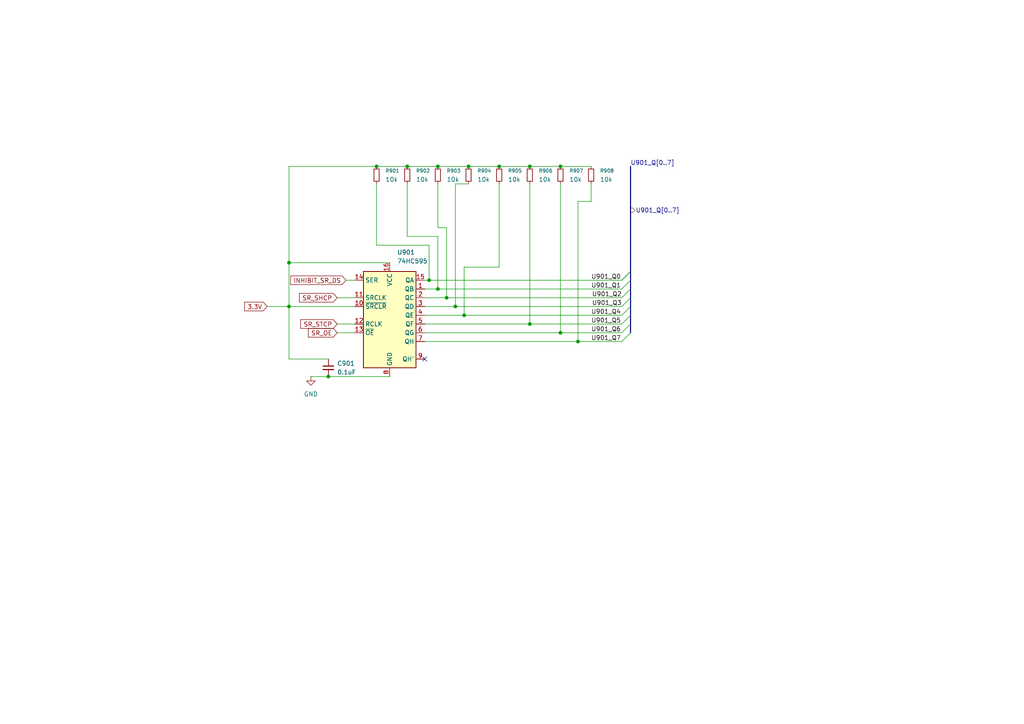
<source format=kicad_sch>
(kicad_sch (version 20250114) (generator "eeschema") (generator_version "9.0")
  (paper "A4")
  (lib_symbols
    (symbol "74xx:74HC595"
      (property "Reference" "U" (at -7.62 13.97 0))
      (property "Value" "74HC595" (at -7.62 -16.51 0))
      (symbol "74HC595_1_0"
        (pin input line (at -10.16 10.16 0) (length 2.54) (name "SER") (number "14"))
        (pin input line (at -10.16 5.08 0) (length 2.54) (name "SRCLK") (number "11"))
        (pin input line (at -10.16 2.54 0) (length 2.54) (name "~{SRCLR}") (number "10"))
        (pin input line (at -10.16 -2.54 0) (length 2.54) (name "RCLK") (number "12"))
        (pin input line (at -10.16 -5.08 0) (length 2.54) (name "~{OE}") (number "13"))
        (pin power_in line (at 0 15.24 270) (length 2.54) (name "VCC") (number "16"))
        (pin power_in line (at 0 -17.78 90) (length 2.54) (name "GND") (number "8"))
        (pin tri_state line (at 10.16 10.16 180) (length 2.54) (name "QA") (number "15"))
        (pin tri_state line (at 10.16 7.62 180) (length 2.54) (name "QB") (number "1"))
        (pin tri_state line (at 10.16 5.08 180) (length 2.54) (name "QC") (number "2"))
        (pin tri_state line (at 10.16 2.54 180) (length 2.54) (name "QD") (number "3"))
        (pin tri_state line (at 10.16 0 180) (length 2.54) (name "QE") (number "4"))
        (pin tri_state line (at 10.16 -2.54 180) (length 2.54) (name "QF") (number "5"))
        (pin tri_state line (at 10.16 -5.08 180) (length 2.54) (name "QG") (number "6"))
        (pin tri_state line (at 10.16 -7.62 180) (length 2.54) (name "QH") (number "7"))
        (pin output line (at 10.16 -12.7 180) (length 2.54) (name "QH'") (number "9"))
      )
      (symbol "74HC595_1_1"
        (rectangle (start -7.62 12.7) (end 7.62 -15.24) (stroke (width 0.254)) (fill (type background)))
      )
    )
    (symbol "Device:C_Small" (pin_numbers (hide yes)) (pin_names (offset 0.254) (hide yes))
      (property "Reference" "C" (at 0.254 1.778 0))
      (property "Value" "C_Small" (at 0.254 -2.032 0))
      (symbol "C_Small_0_1"
        (polyline (pts (xy -1.524 0.508) (xy 1.524 0.508)) (stroke (width 0.3048)))
        (polyline (pts (xy -1.524 -0.508) (xy 1.524 -0.508)) (stroke (width 0.3302)))
      )
      (symbol "C_Small_1_1"
        (pin passive line (at 0 2.54 270) (length 2.032) (name "~") (number "1"))
        (pin passive line (at 0 -2.54 90) (length 2.032) (name "~") (number "2"))
      )
    )
    (symbol "Device:R_Small" (pin_numbers (hide yes)) (pin_names (offset 0.254) (hide yes))
      (property "Reference" "R" (at 0 0 90))
      (property "Value" "R_Small" (at 1.778 0 90))
      (symbol "R_Small_0_1"
        (rectangle (start -0.762 1.778) (end 0.762 -1.778) (stroke (width 0.2032)))
      )
      (symbol "R_Small_1_1"
        (pin passive line (at 0 2.54 270) (length 0.762) (name "~") (number "1"))
        (pin passive line (at 0 -2.54 90) (length 0.762) (name "~") (number "2"))
      )
    )
    (symbol "GND_1" (power) (pin_numbers (hide yes)) (pin_names (offset 0) (hide yes))
      (property "Value" "GND" (at 0 -3.81 0))
      (symbol "GND_1_0_1"
        (polyline (pts (xy 0 0) (xy 0 -1.27) (xy 1.27 -1.27) (xy 0 -2.54) (xy -1.27 -1.27) (xy 0 -1.27)))
      )
      (symbol "GND_1_1_1"
        (pin power_in line (at 0 0 270) (length 0) (name "~") (number "1"))
      )
    )
  )
  (junction (at 127 83.82))
  (junction (at 144.78 48.26))
  (junction (at 83.82 88.9))
  (junction (at 95.25 109.22))
  (junction (at 109.22 48.26))
  (junction (at 132.08 88.9))
  (junction (at 129.54 86.36))
  (junction (at 153.67 93.98))
  (junction (at 127 48.26))
  (junction (at 118.11 48.26))
  (junction (at 83.82 76.2))
  (junction (at 135.89 48.26))
  (junction (at 162.56 96.52))
  (junction (at 153.67 48.26))
  (junction (at 167.64 99.06))
  (junction (at 134.62 91.44))
  (junction (at 162.56 48.26))
  (junction (at 124.46 81.28))
  (no_connect (at 123.19 104.14))
  (bus_entry (at 182.88 96.52) (size -2.54 2.54))
  (bus_entry (at 182.88 81.28) (size -2.54 2.54))
  (bus_entry (at 180.34 81.28) (size 2.54 -2.54))
  (bus_entry (at 180.34 91.44) (size 2.54 -2.54))
  (bus_entry (at 180.34 88.9) (size 2.54 -2.54))
  (bus_entry (at 182.88 78.74) (size -2.54 2.54))
  (bus_entry (at 180.34 86.36) (size 2.54 -2.54))
  (bus_entry (at 182.88 91.44) (size -2.54 2.54))
  (bus_entry (at 182.88 93.98) (size -2.54 2.54))
  (wire (pts (xy 90.17 109.22) (xy 95.25 109.22)))
  (wire (pts (xy 83.82 88.9) (xy 102.87 88.9)))
  (wire (pts (xy 123.19 83.82) (xy 127 83.82)))
  (wire (pts (xy 97.79 96.52) (xy 102.87 96.52)))
  (wire (pts (xy 77.47 88.9) (xy 83.82 88.9)))
  (wire (pts (xy 109.22 48.26) (xy 83.82 48.26)))
  (wire (pts (xy 109.22 71.12) (xy 124.46 71.12)))
  (wire (pts (xy 123.19 93.98) (xy 153.67 93.98)))
  (wire (pts (xy 109.22 48.26) (xy 118.11 48.26)))
  (wire (pts (xy 162.56 96.52) (xy 180.34 96.52)))
  (wire (pts (xy 127 48.26) (xy 135.89 48.26)))
  (bus (pts (xy 182.88 78.74) (xy 182.88 81.28)))
  (wire (pts (xy 129.54 86.36) (xy 180.34 86.36)))
  (wire (pts (xy 127 68.58) (xy 127 83.82)))
  (wire (pts (xy 153.67 48.26) (xy 162.56 48.26)))
  (wire (pts (xy 123.19 81.28) (xy 124.46 81.28)))
  (wire (pts (xy 153.67 53.34) (xy 153.67 93.98)))
  (wire (pts (xy 134.62 91.44) (xy 180.34 91.44)))
  (bus (pts (xy 182.88 93.98) (xy 182.88 96.52)))
  (wire (pts (xy 171.45 53.34) (xy 171.45 58.42)))
  (wire (pts (xy 123.19 96.52) (xy 162.56 96.52)))
  (wire (pts (xy 167.64 99.06) (xy 180.34 99.06)))
  (wire (pts (xy 127 53.34) (xy 127 66.04)))
  (bus (pts (xy 182.88 88.9) (xy 182.88 91.44)))
  (wire (pts (xy 123.19 91.44) (xy 134.62 91.44)))
  (wire (pts (xy 123.19 86.36) (xy 129.54 86.36)))
  (bus (pts (xy 182.88 48.26) (xy 182.88 78.74)))
  (wire (pts (xy 167.64 58.42) (xy 167.64 99.06)))
  (wire (pts (xy 97.79 93.98) (xy 102.87 93.98)))
  (bus (pts (xy 182.88 86.36) (xy 182.88 88.9)))
  (bus (pts (xy 182.88 83.82) (xy 182.88 86.36)))
  (wire (pts (xy 118.11 48.26) (xy 127 48.26)))
  (wire (pts (xy 109.22 53.34) (xy 109.22 71.12)))
  (wire (pts (xy 171.45 58.42) (xy 167.64 58.42)))
  (wire (pts (xy 95.25 104.14) (xy 83.82 104.14)))
  (wire (pts (xy 127 66.04) (xy 129.54 66.04)))
  (wire (pts (xy 162.56 53.34) (xy 162.56 96.52)))
  (bus (pts (xy 182.88 91.44) (xy 182.88 93.98)))
  (wire (pts (xy 83.82 88.9) (xy 83.82 104.14)))
  (wire (pts (xy 132.08 53.34) (xy 135.89 53.34)))
  (wire (pts (xy 118.11 53.34) (xy 118.11 68.58)))
  (wire (pts (xy 134.62 77.47) (xy 134.62 91.44)))
  (wire (pts (xy 102.87 86.36) (xy 97.79 86.36)))
  (wire (pts (xy 124.46 71.12) (xy 124.46 81.28)))
  (wire (pts (xy 132.08 53.34) (xy 132.08 88.9)))
  (wire (pts (xy 95.25 109.22) (xy 113.03 109.22)))
  (wire (pts (xy 124.46 81.28) (xy 180.34 81.28)))
  (wire (pts (xy 83.82 76.2) (xy 83.82 88.9)))
  (bus (pts (xy 182.88 81.28) (xy 182.88 83.82)))
  (wire (pts (xy 153.67 93.98) (xy 180.34 93.98)))
  (wire (pts (xy 144.78 48.26) (xy 153.67 48.26)))
  (wire (pts (xy 123.19 88.9) (xy 132.08 88.9)))
  (wire (pts (xy 132.08 88.9) (xy 180.34 88.9)))
  (wire (pts (xy 144.78 53.34) (xy 144.78 77.47)))
  (wire (pts (xy 118.11 68.58) (xy 127 68.58)))
  (wire (pts (xy 123.19 99.06) (xy 167.64 99.06)))
  (wire (pts (xy 127 83.82) (xy 180.34 83.82)))
  (wire (pts (xy 100.33 81.28) (xy 102.87 81.28)))
  (wire (pts (xy 162.56 48.26) (xy 171.45 48.26)))
  (wire (pts (xy 113.03 76.2) (xy 83.82 76.2)))
  (wire (pts (xy 135.89 48.26) (xy 144.78 48.26)))
  (wire (pts (xy 144.78 77.47) (xy 134.62 77.47)))
  (wire (pts (xy 129.54 66.04) (xy 129.54 86.36)))
  (wire (pts (xy 83.82 48.26) (xy 83.82 76.2)))
  (label "U901_Q6" (at 171.45 96.52 0))
  (label "U901_Q7" (at 171.45 99.06 0))
  (label "U901_Q[0..7]" (at 182.88 48.26 0))
  (label "U901_Q5" (at 171.45 93.98 0))
  (label "U901_Q1" (at 171.45 83.82 0))
  (label "U901_Q2" (at 180.34 86.36 180))
  (label "U901_Q3" (at 180.34 88.9 180))
  (label "U901_Q0" (at 171.45 81.28 0))
  (label "U901_Q4" (at 171.45 91.44 0))
  (global_label "SR_OE" (shape input) (at 97.79 96.52 180) (property "Intersheetrefs" "${INTERSHEET_REFS}" (effects (hide yes))))
  (global_label "INHIBIT_SR_DS" (shape input) (at 100.33 81.28 180) (property "Intersheetrefs" "${INTERSHEET_REFS}" (effects (hide yes))))
  (global_label "SR_SHCP" (shape input) (at 97.79 86.36 180) (property "Intersheetrefs" "${INTERSHEET_REFS}" (effects (hide yes))))
  (global_label "SR_STCP" (shape input) (at 97.79 93.98 180) (property "Intersheetrefs" "${INTERSHEET_REFS}" (effects (hide yes))))
  (global_label "3.3V" (shape input) (at 77.47 88.9 180) (property "Intersheetrefs" "${INTERSHEET_REFS}" (effects (hide yes))))
  (hierarchical_label "U901_Q[0..7]" (shape output) (at 182.88 60.96 0))
  (symbol (lib_id "Device:R_Small") (at 153.67 50.8 0) (unit 1)
    (property "Reference" "R906" (at 156.21 49.5299 0) (effects (font (size 1.016 1.016)) (justify left)))
    (property "Value" "10k" (at 156.21 52.0699 0) (effects (justify left)))
    (property "Footprint" "Resistor_THT:R_Axial_DIN0207_L6.3mm_D2.5mm_P7.62mm_Horizontal" (effects (hide yes)))
    (property "Description" "Resistor, small symbol" (effects (hide yes)))
  )
  (symbol (lib_id "Device:R_Small") (at 135.89 50.8 0) (unit 1)
    (property "Reference" "R904" (at 138.43 49.5299 0) (effects (font (size 1.016 1.016)) (justify left)))
    (property "Value" "10k" (at 138.43 52.0699 0) (effects (justify left)))
    (property "Footprint" "Resistor_THT:R_Axial_DIN0207_L6.3mm_D2.5mm_P7.62mm_Horizontal" (effects (hide yes)))
    (property "Description" "Resistor, small symbol" (effects (hide yes)))
  )
  (symbol (lib_id "Device:R_Small") (at 109.22 50.8 0) (unit 1)
    (property "Reference" "R901" (at 111.76 49.5299 0) (effects (font (size 1.016 1.016)) (justify left)))
    (property "Value" "10k" (at 111.76 52.0699 0) (effects (justify left)))
    (property "Footprint" "Resistor_THT:R_Axial_DIN0207_L6.3mm_D2.5mm_P7.62mm_Horizontal" (effects (hide yes)))
    (property "Description" "Resistor, small symbol" (effects (hide yes)))
  )
  (symbol (lib_id "Device:C_Small") (at 95.25 106.68 0) (unit 1)
    (property "Reference" "C901" (at 97.79 105.4162 0) (effects (justify left)))
    (property "Value" "0.1uF" (at 97.79 107.9562 0) (effects (justify left)))
    (property "Footprint" "Capacitor_THT:C_Disc_D5.0mm_W2.5mm_P2.50mm" (effects (hide yes)))
    (property "Description" "Unpolarized capacitor, small symbol" (effects (hide yes)))
  )
  (symbol (lib_name "GND_1") (lib_id "power:GND") (at 90.17 109.22 0) (unit 1)
    (property "Reference" "#PWR0901" (effects (hide yes)))
    (property "Value" "GND" (at 90.17 114.3 0))
    (property "Description" "Power symbol creates a global label with name \"GND\" , ground" (effects (hide yes)))
  )
  (symbol (lib_id "Device:R_Small") (at 127 50.8 0) (unit 1)
    (property "Reference" "R903" (at 129.54 49.5299 0) (effects (font (size 1.016 1.016)) (justify left)))
    (property "Value" "10k" (at 129.54 52.0699 0) (effects (justify left)))
    (property "Footprint" "Resistor_THT:R_Axial_DIN0207_L6.3mm_D2.5mm_P7.62mm_Horizontal" (effects (hide yes)))
    (property "Description" "Resistor, small symbol" (effects (hide yes)))
  )
  (symbol (lib_id "Device:R_Small") (at 144.78 50.8 0) (unit 1)
    (property "Reference" "R905" (at 147.32 49.5299 0) (effects (font (size 1.016 1.016)) (justify left)))
    (property "Value" "10k" (at 147.32 52.0699 0) (effects (justify left)))
    (property "Footprint" "Resistor_THT:R_Axial_DIN0207_L6.3mm_D2.5mm_P7.62mm_Horizontal" (effects (hide yes)))
    (property "Description" "Resistor, small symbol" (effects (hide yes)))
  )
  (symbol (lib_id "Device:R_Small") (at 171.45 50.8 0) (unit 1)
    (property "Reference" "R908" (at 173.99 49.5299 0) (effects (font (size 1.016 1.016)) (justify left)))
    (property "Value" "10k" (at 173.99 52.0699 0) (effects (justify left)))
    (property "Footprint" "Resistor_THT:R_Axial_DIN0207_L6.3mm_D2.5mm_P7.62mm_Horizontal" (effects (hide yes)))
    (property "Description" "Resistor, small symbol" (effects (hide yes)))
  )
  (symbol (lib_id "74xx:74HC595") (at 113.03 91.44 0) (unit 1)
    (property "Reference" "U901" (at 115.1733 73.19 0) (effects (justify left)))
    (property "Value" "74HC595" (at 115.1733 75.73 0) (effects (justify left)))
    (property "Footprint" "Package_DIP:DIP-16_W7.62mm" (effects (hide yes)))
    (property "Datasheet" "http://www.ti.com/lit/ds/symlink/sn74hc595.pdf" (effects (hide yes)))
    (property "Description" "8-bit serial in/out Shift Register 3-State Outputs" (effects (hide yes)))
  )
  (symbol (lib_id "Device:R_Small") (at 118.11 50.8 0) (unit 1)
    (property "Reference" "R902" (at 120.65 49.5299 0) (effects (font (size 1.016 1.016)) (justify left)))
    (property "Value" "10k" (at 120.65 52.0699 0) (effects (justify left)))
    (property "Footprint" "Resistor_THT:R_Axial_DIN0207_L6.3mm_D2.5mm_P7.62mm_Horizontal" (effects (hide yes)))
    (property "Description" "Resistor, small symbol" (effects (hide yes)))
  )
  (symbol (lib_id "Device:R_Small") (at 162.56 50.8 0) (unit 1)
    (property "Reference" "R907" (at 165.1 49.5299 0) (effects (font (size 1.016 1.016)) (justify left)))
    (property "Value" "10k" (at 165.1 52.0699 0) (effects (justify left)))
    (property "Footprint" "Resistor_THT:R_Axial_DIN0207_L6.3mm_D2.5mm_P7.62mm_Horizontal" (effects (hide yes)))
    (property "Description" "Resistor, small symbol" (effects (hide yes)))
  )
)
</source>
